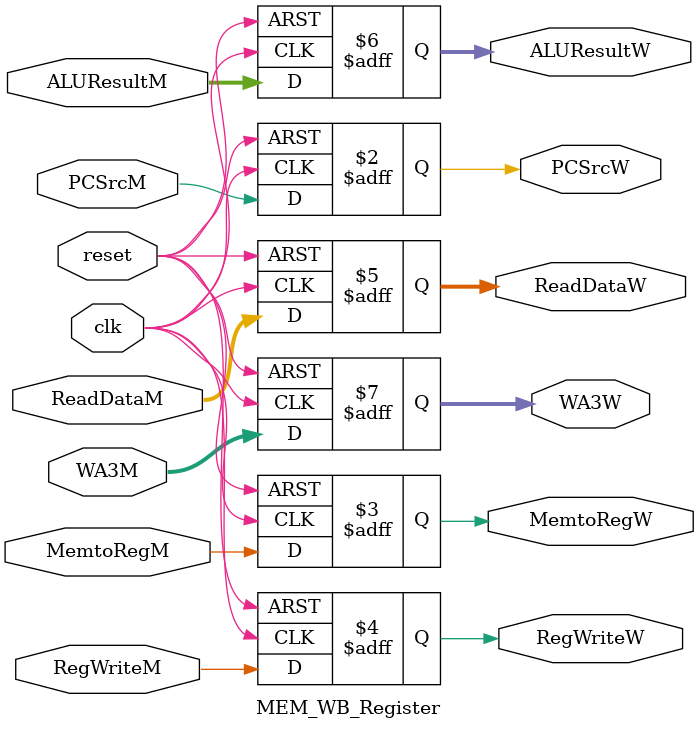
<source format=v>
module MEM_WB_Register (
    input wire clk,
    input wire reset,
    input wire PCSrcM,
    input wire MemtoRegM,
    input wire RegWriteM,
    input wire [31:0] ReadDataM,
    input wire [31:0] ALUResultM,
    input wire [3:0] WA3M,
    output reg PCSrcW,
    output reg MemtoRegW,
    output reg RegWriteW,
    output reg [31:0] ReadDataW,
    output reg [31:0] ALUResultW,
    output reg [3:0] WA3W
);

    always @(posedge clk or posedge reset) begin
        if (reset) begin
            // Reset all outputs to zero
            PCSrcW     <= 1'b0;
            MemtoRegW  <= 1'b0;
            RegWriteW  <= 1'b0;
            ReadDataW  <= 32'b0;
            ALUResultW <= 32'b0;
            WA3W       <= 4'b0;
        end
        else begin
            // Pass inputs to outputs on the rising clock edge
            PCSrcW     <= PCSrcM;
            MemtoRegW  <= MemtoRegM;
            RegWriteW  <= RegWriteM;
            ReadDataW  <= ReadDataM;
            ALUResultW <= ALUResultM;
            WA3W       <= WA3M;
        end
    end

endmodule

</source>
